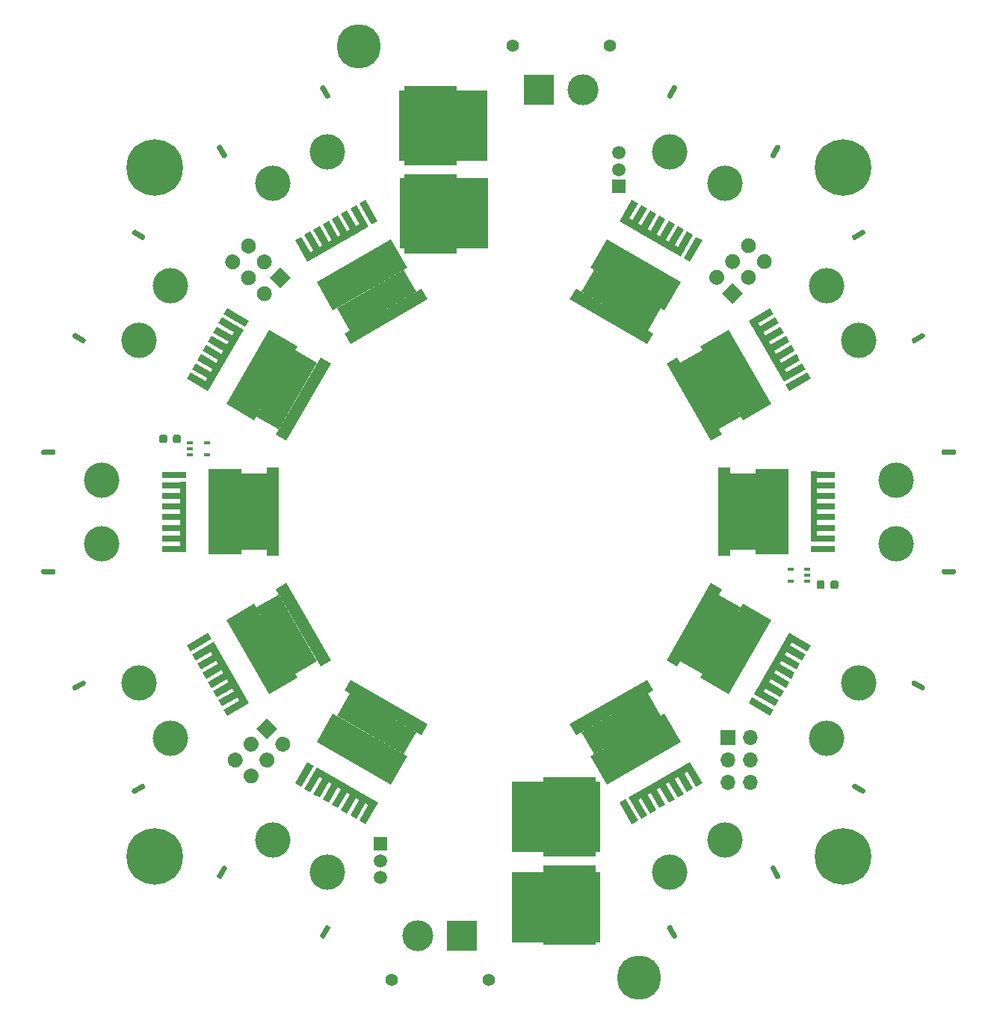
<source format=gts>
%TF.GenerationSoftware,KiCad,Pcbnew,(5.1.12)-1*%
%TF.CreationDate,2021-12-14T20:27:31-05:00*%
%TF.ProjectId,PDB,5044422e-6b69-4636-9164-5f7063625858,rev?*%
%TF.SameCoordinates,Original*%
%TF.FileFunction,Soldermask,Top*%
%TF.FilePolarity,Negative*%
%FSLAX46Y46*%
G04 Gerber Fmt 4.6, Leading zero omitted, Abs format (unit mm)*
G04 Created by KiCad (PCBNEW (5.1.12)-1) date 2021-12-14 20:27:31*
%MOMM*%
%LPD*%
G01*
G04 APERTURE LIST*
%ADD10R,0.650000X0.400000*%
%ADD11C,1.400000*%
%ADD12R,3.500000X3.500000*%
%ADD13C,3.500000*%
%ADD14C,0.100000*%
%ADD15R,1.700000X1.700000*%
%ADD16O,1.700000X1.700000*%
%ADD17C,5.000000*%
%ADD18R,10.000000X8.000000*%
%ADD19C,4.000000*%
%ADD20C,6.400000*%
%ADD21R,6.000000X9.000000*%
%ADD22C,0.500000*%
%ADD23R,1.500000X1.500000*%
%ADD24C,1.500000*%
%ADD25R,0.800000X8.000000*%
%ADD26R,2.800000X0.800000*%
%ADD27R,3.700000X9.700000*%
%ADD28R,2.900000X8.700000*%
%ADD29R,1.400000X10.100000*%
G04 APERTURE END LIST*
%TO.C,C4*%
G36*
G01*
X256714100Y-128066734D02*
X256714100Y-128566734D01*
G75*
G02*
X256489100Y-128791734I-225000J0D01*
G01*
X256039100Y-128791734D01*
G75*
G02*
X255814100Y-128566734I0J225000D01*
G01*
X255814100Y-128066734D01*
G75*
G02*
X256039100Y-127841734I225000J0D01*
G01*
X256489100Y-127841734D01*
G75*
G02*
X256714100Y-128066734I0J-225000D01*
G01*
G37*
G36*
G01*
X258264100Y-128066734D02*
X258264100Y-128566734D01*
G75*
G02*
X258039100Y-128791734I-225000J0D01*
G01*
X257589100Y-128791734D01*
G75*
G02*
X257364100Y-128566734I0J225000D01*
G01*
X257364100Y-128066734D01*
G75*
G02*
X257589100Y-127841734I225000J0D01*
G01*
X258039100Y-127841734D01*
G75*
G02*
X258264100Y-128066734I0J-225000D01*
G01*
G37*
%TD*%
%TO.C,C3*%
G36*
G01*
X182891300Y-112069434D02*
X182891300Y-111569434D01*
G75*
G02*
X183116300Y-111344434I225000J0D01*
G01*
X183566300Y-111344434D01*
G75*
G02*
X183791300Y-111569434I0J-225000D01*
G01*
X183791300Y-112069434D01*
G75*
G02*
X183566300Y-112294434I-225000J0D01*
G01*
X183116300Y-112294434D01*
G75*
G02*
X182891300Y-112069434I0J225000D01*
G01*
G37*
G36*
G01*
X181341300Y-112069434D02*
X181341300Y-111569434D01*
G75*
G02*
X181566300Y-111344434I225000J0D01*
G01*
X182016300Y-111344434D01*
G75*
G02*
X182241300Y-111569434I0J-225000D01*
G01*
X182241300Y-112069434D01*
G75*
G02*
X182016300Y-112294434I-225000J0D01*
G01*
X181566300Y-112294434D01*
G75*
G02*
X181341300Y-112069434I0J225000D01*
G01*
G37*
%TD*%
D10*
%TO.C,U4*%
X186729400Y-112274334D03*
X186729400Y-113574334D03*
X184829400Y-112924334D03*
X184829400Y-113574334D03*
X184829400Y-112274334D03*
%TD*%
%TO.C,U3*%
X252850600Y-127887234D03*
X252850600Y-126587234D03*
X254750600Y-127237234D03*
X254750600Y-126587234D03*
X254750600Y-127887234D03*
%TD*%
D11*
%TO.C,J20*%
X218646000Y-173080434D03*
X207646000Y-173080434D03*
D12*
X215646000Y-168080434D03*
D13*
X210646000Y-168080434D03*
%TD*%
D14*
%TO.C,J5*%
G36*
X192337918Y-144574434D02*
G01*
X193540000Y-143372352D01*
X194742082Y-144574434D01*
X193540000Y-145776516D01*
X192337918Y-144574434D01*
G37*
G36*
G01*
X194735010Y-145769444D02*
X194735010Y-145769444D01*
G75*
G02*
X195937092Y-145769444I601041J-601041D01*
G01*
X195937092Y-145769444D01*
G75*
G02*
X195937092Y-146971526I-601041J-601041D01*
G01*
X195937092Y-146971526D01*
G75*
G02*
X194735010Y-146971526I-601041J601041D01*
G01*
X194735010Y-146971526D01*
G75*
G02*
X194735010Y-145769444I601041J601041D01*
G01*
G37*
G36*
G01*
X191142908Y-145769444D02*
X191142908Y-145769444D01*
G75*
G02*
X192344990Y-145769444I601041J-601041D01*
G01*
X192344990Y-145769444D01*
G75*
G02*
X192344990Y-146971526I-601041J-601041D01*
G01*
X192344990Y-146971526D01*
G75*
G02*
X191142908Y-146971526I-601041J601041D01*
G01*
X191142908Y-146971526D01*
G75*
G02*
X191142908Y-145769444I601041J601041D01*
G01*
G37*
G36*
G01*
X192938959Y-147565495D02*
X192938959Y-147565495D01*
G75*
G02*
X194141041Y-147565495I601041J-601041D01*
G01*
X194141041Y-147565495D01*
G75*
G02*
X194141041Y-148767577I-601041J-601041D01*
G01*
X194141041Y-148767577D01*
G75*
G02*
X192938959Y-148767577I-601041J601041D01*
G01*
X192938959Y-148767577D01*
G75*
G02*
X192938959Y-147565495I601041J601041D01*
G01*
G37*
G36*
G01*
X189346857Y-147565495D02*
X189346857Y-147565495D01*
G75*
G02*
X190548939Y-147565495I601041J-601041D01*
G01*
X190548939Y-147565495D01*
G75*
G02*
X190548939Y-148767577I-601041J-601041D01*
G01*
X190548939Y-148767577D01*
G75*
G02*
X189346857Y-148767577I-601041J601041D01*
G01*
X189346857Y-148767577D01*
G75*
G02*
X189346857Y-147565495I601041J601041D01*
G01*
G37*
G36*
G01*
X191142908Y-149361547D02*
X191142908Y-149361547D01*
G75*
G02*
X192344990Y-149361547I601041J-601041D01*
G01*
X192344990Y-149361547D01*
G75*
G02*
X192344990Y-150563629I-601041J-601041D01*
G01*
X192344990Y-150563629D01*
G75*
G02*
X191142908Y-150563629I-601041J601041D01*
G01*
X191142908Y-150563629D01*
G75*
G02*
X191142908Y-149361547I601041J601041D01*
G01*
G37*
%TD*%
D15*
%TO.C,J4*%
X245790000Y-145574434D03*
D16*
X248330000Y-145574434D03*
X245790000Y-148114434D03*
X248330000Y-148114434D03*
X245790000Y-150654434D03*
X248330000Y-150654434D03*
%TD*%
D14*
%TO.C,J3*%
G36*
X247492082Y-95324434D02*
G01*
X246290000Y-96526516D01*
X245087918Y-95324434D01*
X246290000Y-94122352D01*
X247492082Y-95324434D01*
G37*
G36*
G01*
X245094990Y-94129424D02*
X245094990Y-94129424D01*
G75*
G02*
X243892908Y-94129424I-601041J601041D01*
G01*
X243892908Y-94129424D01*
G75*
G02*
X243892908Y-92927342I601041J601041D01*
G01*
X243892908Y-92927342D01*
G75*
G02*
X245094990Y-92927342I601041J-601041D01*
G01*
X245094990Y-92927342D01*
G75*
G02*
X245094990Y-94129424I-601041J-601041D01*
G01*
G37*
G36*
G01*
X248687092Y-94129424D02*
X248687092Y-94129424D01*
G75*
G02*
X247485010Y-94129424I-601041J601041D01*
G01*
X247485010Y-94129424D01*
G75*
G02*
X247485010Y-92927342I601041J601041D01*
G01*
X247485010Y-92927342D01*
G75*
G02*
X248687092Y-92927342I601041J-601041D01*
G01*
X248687092Y-92927342D01*
G75*
G02*
X248687092Y-94129424I-601041J-601041D01*
G01*
G37*
G36*
G01*
X246891041Y-92333373D02*
X246891041Y-92333373D01*
G75*
G02*
X245688959Y-92333373I-601041J601041D01*
G01*
X245688959Y-92333373D01*
G75*
G02*
X245688959Y-91131291I601041J601041D01*
G01*
X245688959Y-91131291D01*
G75*
G02*
X246891041Y-91131291I601041J-601041D01*
G01*
X246891041Y-91131291D01*
G75*
G02*
X246891041Y-92333373I-601041J-601041D01*
G01*
G37*
G36*
G01*
X250483143Y-92333373D02*
X250483143Y-92333373D01*
G75*
G02*
X249281061Y-92333373I-601041J601041D01*
G01*
X249281061Y-92333373D01*
G75*
G02*
X249281061Y-91131291I601041J601041D01*
G01*
X249281061Y-91131291D01*
G75*
G02*
X250483143Y-91131291I601041J-601041D01*
G01*
X250483143Y-91131291D01*
G75*
G02*
X250483143Y-92333373I-601041J-601041D01*
G01*
G37*
G36*
G01*
X248687092Y-90537321D02*
X248687092Y-90537321D01*
G75*
G02*
X247485010Y-90537321I-601041J601041D01*
G01*
X247485010Y-90537321D01*
G75*
G02*
X247485010Y-89335239I601041J601041D01*
G01*
X247485010Y-89335239D01*
G75*
G02*
X248687092Y-89335239I601041J-601041D01*
G01*
X248687092Y-89335239D01*
G75*
G02*
X248687092Y-90537321I-601041J-601041D01*
G01*
G37*
%TD*%
%TO.C,J6*%
G36*
X195040000Y-92372352D02*
G01*
X196242082Y-93574434D01*
X195040000Y-94776516D01*
X193837918Y-93574434D01*
X195040000Y-92372352D01*
G37*
G36*
G01*
X193844990Y-94769444D02*
X193844990Y-94769444D01*
G75*
G02*
X193844990Y-95971526I-601041J-601041D01*
G01*
X193844990Y-95971526D01*
G75*
G02*
X192642908Y-95971526I-601041J601041D01*
G01*
X192642908Y-95971526D01*
G75*
G02*
X192642908Y-94769444I601041J601041D01*
G01*
X192642908Y-94769444D01*
G75*
G02*
X193844990Y-94769444I601041J-601041D01*
G01*
G37*
G36*
G01*
X193844990Y-91177342D02*
X193844990Y-91177342D01*
G75*
G02*
X193844990Y-92379424I-601041J-601041D01*
G01*
X193844990Y-92379424D01*
G75*
G02*
X192642908Y-92379424I-601041J601041D01*
G01*
X192642908Y-92379424D01*
G75*
G02*
X192642908Y-91177342I601041J601041D01*
G01*
X192642908Y-91177342D01*
G75*
G02*
X193844990Y-91177342I601041J-601041D01*
G01*
G37*
G36*
G01*
X192048939Y-92973393D02*
X192048939Y-92973393D01*
G75*
G02*
X192048939Y-94175475I-601041J-601041D01*
G01*
X192048939Y-94175475D01*
G75*
G02*
X190846857Y-94175475I-601041J601041D01*
G01*
X190846857Y-94175475D01*
G75*
G02*
X190846857Y-92973393I601041J601041D01*
G01*
X190846857Y-92973393D01*
G75*
G02*
X192048939Y-92973393I601041J-601041D01*
G01*
G37*
G36*
G01*
X192048939Y-89381291D02*
X192048939Y-89381291D01*
G75*
G02*
X192048939Y-90583373I-601041J-601041D01*
G01*
X192048939Y-90583373D01*
G75*
G02*
X190846857Y-90583373I-601041J601041D01*
G01*
X190846857Y-90583373D01*
G75*
G02*
X190846857Y-89381291I601041J601041D01*
G01*
X190846857Y-89381291D01*
G75*
G02*
X192048939Y-89381291I601041J-601041D01*
G01*
G37*
G36*
G01*
X190252887Y-91177342D02*
X190252887Y-91177342D01*
G75*
G02*
X190252887Y-92379424I-601041J-601041D01*
G01*
X190252887Y-92379424D01*
G75*
G02*
X189050805Y-92379424I-601041J601041D01*
G01*
X189050805Y-92379424D01*
G75*
G02*
X189050805Y-91177342I601041J601041D01*
G01*
X189050805Y-91177342D01*
G75*
G02*
X190252887Y-91177342I601041J-601041D01*
G01*
G37*
%TD*%
D17*
%TO.C,J24*%
X203915000Y-67369434D03*
%TD*%
%TO.C,J23*%
X235665000Y-172779434D03*
%TD*%
D18*
%TO.C,J22*%
X226267000Y-154618434D03*
%TD*%
%TO.C,J21*%
X213567000Y-86292434D03*
%TD*%
D11*
%TO.C,J19*%
X221362000Y-67322434D03*
X232362000Y-67322434D03*
D12*
X224362000Y-72322434D03*
D13*
X229362000Y-72322434D03*
%TD*%
D18*
%TO.C,J8*%
X213540000Y-76324434D03*
%TD*%
%TO.C,J7*%
X226290000Y-164824434D03*
%TD*%
D19*
%TO.C,J11*%
X264790000Y-116474434D03*
X264790000Y-123674434D03*
G36*
G01*
X271440000Y-113624434D02*
X270140000Y-113624434D01*
G75*
G02*
X269990000Y-113474434I0J150000D01*
G01*
X269990000Y-113174434D01*
G75*
G02*
X270140000Y-113024434I150000J0D01*
G01*
X271440000Y-113024434D01*
G75*
G02*
X271590000Y-113174434I0J-150000D01*
G01*
X271590000Y-113474434D01*
G75*
G02*
X271440000Y-113624434I-150000J0D01*
G01*
G37*
G36*
G01*
X271440000Y-127124434D02*
X270140000Y-127124434D01*
G75*
G02*
X269990000Y-126974434I0J150000D01*
G01*
X269990000Y-126674434D01*
G75*
G02*
X270140000Y-126524434I150000J0D01*
G01*
X271440000Y-126524434D01*
G75*
G02*
X271590000Y-126674434I0J-150000D01*
G01*
X271590000Y-126974434D01*
G75*
G02*
X271440000Y-127124434I-150000J0D01*
G01*
G37*
%TD*%
%TO.C,J12*%
X260560926Y-139456685D03*
X256960926Y-145692067D03*
G36*
G01*
X267744995Y-140313513D02*
X266619161Y-139663513D01*
G75*
G02*
X266564257Y-139458609I75000J129904D01*
G01*
X266714257Y-139198801D01*
G75*
G02*
X266919161Y-139143897I129904J-75000D01*
G01*
X268044995Y-139793897D01*
G75*
G02*
X268099899Y-139998801I-75000J-129904D01*
G01*
X267949899Y-140258609D01*
G75*
G02*
X267744995Y-140313513I-129904J75000D01*
G01*
G37*
G36*
G01*
X260994995Y-152004855D02*
X259869161Y-151354855D01*
G75*
G02*
X259814257Y-151149951I75000J129904D01*
G01*
X259964257Y-150890143D01*
G75*
G02*
X260169161Y-150835239I129904J-75000D01*
G01*
X261294995Y-151485239D01*
G75*
G02*
X261349899Y-151690143I-75000J-129904D01*
G01*
X261199899Y-151949951D01*
G75*
G02*
X260994995Y-152004855I-129904J75000D01*
G01*
G37*
%TD*%
%TO.C,J13*%
X245407315Y-157245360D03*
X239171933Y-160845360D03*
G36*
G01*
X251200487Y-161579429D02*
X250550487Y-160453595D01*
G75*
G02*
X250605391Y-160248691I129904J75000D01*
G01*
X250865199Y-160098691D01*
G75*
G02*
X251070103Y-160153595I75000J-129904D01*
G01*
X251720103Y-161279429D01*
G75*
G02*
X251665199Y-161484333I-129904J-75000D01*
G01*
X251405391Y-161634333D01*
G75*
G02*
X251200487Y-161579429I-75000J129904D01*
G01*
G37*
G36*
G01*
X239509145Y-168329429D02*
X238859145Y-167203595D01*
G75*
G02*
X238914049Y-166998691I129904J75000D01*
G01*
X239173857Y-166848691D01*
G75*
G02*
X239378761Y-166903595I75000J-129904D01*
G01*
X240028761Y-168029429D01*
G75*
G02*
X239973857Y-168234333I-129904J-75000D01*
G01*
X239714049Y-168384333D01*
G75*
G02*
X239509145Y-168329429I-75000J129904D01*
G01*
G37*
%TD*%
%TO.C,J14*%
X200407315Y-160844926D03*
X194171933Y-157244926D03*
G36*
G01*
X199550487Y-168028995D02*
X200200487Y-166903161D01*
G75*
G02*
X200405391Y-166848257I129904J-75000D01*
G01*
X200665199Y-166998257D01*
G75*
G02*
X200720103Y-167203161I-75000J-129904D01*
G01*
X200070103Y-168328995D01*
G75*
G02*
X199865199Y-168383899I-129904J75000D01*
G01*
X199605391Y-168233899D01*
G75*
G02*
X199550487Y-168028995I75000J129904D01*
G01*
G37*
G36*
G01*
X187859145Y-161278995D02*
X188509145Y-160153161D01*
G75*
G02*
X188714049Y-160098257I129904J-75000D01*
G01*
X188973857Y-160248257D01*
G75*
G02*
X189028761Y-160453161I-75000J-129904D01*
G01*
X188378761Y-161578995D01*
G75*
G02*
X188173857Y-161633899I-129904J75000D01*
G01*
X187914049Y-161483899D01*
G75*
G02*
X187859145Y-161278995I75000J129904D01*
G01*
G37*
%TD*%
%TO.C,J15*%
X182618640Y-145691315D03*
X179018640Y-139455933D03*
G36*
G01*
X178284571Y-151484487D02*
X179410405Y-150834487D01*
G75*
G02*
X179615309Y-150889391I75000J-129904D01*
G01*
X179765309Y-151149199D01*
G75*
G02*
X179710405Y-151354103I-129904J-75000D01*
G01*
X178584571Y-152004103D01*
G75*
G02*
X178379667Y-151949199I-75000J129904D01*
G01*
X178229667Y-151689391D01*
G75*
G02*
X178284571Y-151484487I129904J75000D01*
G01*
G37*
G36*
G01*
X171534571Y-139793145D02*
X172660405Y-139143145D01*
G75*
G02*
X172865309Y-139198049I75000J-129904D01*
G01*
X173015309Y-139457857D01*
G75*
G02*
X172960405Y-139662761I-129904J-75000D01*
G01*
X171834571Y-140312761D01*
G75*
G02*
X171629667Y-140257857I-75000J129904D01*
G01*
X171479667Y-139998049D01*
G75*
G02*
X171534571Y-139793145I129904J75000D01*
G01*
G37*
%TD*%
%TO.C,J16*%
X174790000Y-123673566D03*
X174790000Y-116473566D03*
G36*
G01*
X168140000Y-126523566D02*
X169440000Y-126523566D01*
G75*
G02*
X169590000Y-126673566I0J-150000D01*
G01*
X169590000Y-126973566D01*
G75*
G02*
X169440000Y-127123566I-150000J0D01*
G01*
X168140000Y-127123566D01*
G75*
G02*
X167990000Y-126973566I0J150000D01*
G01*
X167990000Y-126673566D01*
G75*
G02*
X168140000Y-126523566I150000J0D01*
G01*
G37*
G36*
G01*
X168140000Y-113023566D02*
X169440000Y-113023566D01*
G75*
G02*
X169590000Y-113173566I0J-150000D01*
G01*
X169590000Y-113473566D01*
G75*
G02*
X169440000Y-113623566I-150000J0D01*
G01*
X168140000Y-113623566D01*
G75*
G02*
X167990000Y-113473566I0J150000D01*
G01*
X167990000Y-113173566D01*
G75*
G02*
X168140000Y-113023566I150000J0D01*
G01*
G37*
%TD*%
%TO.C,J17*%
X179019074Y-100691315D03*
X182619074Y-94455933D03*
G36*
G01*
X171835005Y-99834487D02*
X172960839Y-100484487D01*
G75*
G02*
X173015743Y-100689391I-75000J-129904D01*
G01*
X172865743Y-100949199D01*
G75*
G02*
X172660839Y-101004103I-129904J75000D01*
G01*
X171535005Y-100354103D01*
G75*
G02*
X171480101Y-100149199I75000J129904D01*
G01*
X171630101Y-99889391D01*
G75*
G02*
X171835005Y-99834487I129904J-75000D01*
G01*
G37*
G36*
G01*
X178585005Y-88143145D02*
X179710839Y-88793145D01*
G75*
G02*
X179765743Y-88998049I-75000J-129904D01*
G01*
X179615743Y-89257857D01*
G75*
G02*
X179410839Y-89312761I-129904J75000D01*
G01*
X178285005Y-88662761D01*
G75*
G02*
X178230101Y-88457857I75000J129904D01*
G01*
X178380101Y-88198049D01*
G75*
G02*
X178585005Y-88143145I129904J-75000D01*
G01*
G37*
%TD*%
%TO.C,J18*%
X194172685Y-82902640D03*
X200408067Y-79302640D03*
G36*
G01*
X188379513Y-78568571D02*
X189029513Y-79694405D01*
G75*
G02*
X188974609Y-79899309I-129904J-75000D01*
G01*
X188714801Y-80049309D01*
G75*
G02*
X188509897Y-79994405I-75000J129904D01*
G01*
X187859897Y-78868571D01*
G75*
G02*
X187914801Y-78663667I129904J75000D01*
G01*
X188174609Y-78513667D01*
G75*
G02*
X188379513Y-78568571I75000J-129904D01*
G01*
G37*
G36*
G01*
X200070855Y-71818571D02*
X200720855Y-72944405D01*
G75*
G02*
X200665951Y-73149309I-129904J-75000D01*
G01*
X200406143Y-73299309D01*
G75*
G02*
X200201239Y-73244405I-75000J129904D01*
G01*
X199551239Y-72118571D01*
G75*
G02*
X199606143Y-71913667I129904J75000D01*
G01*
X199865951Y-71763667D01*
G75*
G02*
X200070855Y-71818571I75000J-129904D01*
G01*
G37*
%TD*%
%TO.C,J9*%
X239172685Y-79303074D03*
X245408067Y-82903074D03*
G36*
G01*
X240029513Y-72119005D02*
X239379513Y-73244839D01*
G75*
G02*
X239174609Y-73299743I-129904J75000D01*
G01*
X238914801Y-73149743D01*
G75*
G02*
X238859897Y-72944839I75000J129904D01*
G01*
X239509897Y-71819005D01*
G75*
G02*
X239714801Y-71764101I129904J-75000D01*
G01*
X239974609Y-71914101D01*
G75*
G02*
X240029513Y-72119005I-75000J-129904D01*
G01*
G37*
G36*
G01*
X251720855Y-78869005D02*
X251070855Y-79994839D01*
G75*
G02*
X250865951Y-80049743I-129904J75000D01*
G01*
X250606143Y-79899743D01*
G75*
G02*
X250551239Y-79694839I75000J129904D01*
G01*
X251201239Y-78569005D01*
G75*
G02*
X251406143Y-78514101I129904J-75000D01*
G01*
X251665951Y-78664101D01*
G75*
G02*
X251720855Y-78869005I-75000J-129904D01*
G01*
G37*
%TD*%
%TO.C,J10*%
X256961360Y-94456685D03*
X260561360Y-100692067D03*
G36*
G01*
X261295429Y-88663513D02*
X260169595Y-89313513D01*
G75*
G02*
X259964691Y-89258609I-75000J129904D01*
G01*
X259814691Y-88998801D01*
G75*
G02*
X259869595Y-88793897I129904J75000D01*
G01*
X260995429Y-88143897D01*
G75*
G02*
X261200333Y-88198801I75000J-129904D01*
G01*
X261350333Y-88458609D01*
G75*
G02*
X261295429Y-88663513I-129904J-75000D01*
G01*
G37*
G36*
G01*
X268045429Y-100354855D02*
X266919595Y-101004855D01*
G75*
G02*
X266714691Y-100949951I-75000J129904D01*
G01*
X266564691Y-100690143D01*
G75*
G02*
X266619595Y-100485239I129904J75000D01*
G01*
X267745429Y-99835239D01*
G75*
G02*
X267950333Y-99890143I75000J-129904D01*
G01*
X268100333Y-100149951D01*
G75*
G02*
X268045429Y-100354855I-129904J-75000D01*
G01*
G37*
%TD*%
D20*
%TO.C,M1*%
X258790000Y-81074434D03*
%TD*%
%TO.C,M4*%
X180790000Y-81074434D03*
%TD*%
%TO.C,M2*%
X258790000Y-159074434D03*
%TD*%
%TO.C,M3*%
X180790000Y-159074434D03*
%TD*%
D14*
%TO.C,Q10*%
G36*
X204659111Y-87067399D02*
G01*
X205059111Y-87760219D01*
X198130907Y-91760219D01*
X197730907Y-91067399D01*
X204659111Y-87067399D01*
G37*
G36*
X204698341Y-84735348D02*
G01*
X206098341Y-87160220D01*
X205405521Y-87560220D01*
X204005521Y-85135348D01*
X204698341Y-84735348D01*
G37*
G36*
X203659110Y-85335348D02*
G01*
X205059110Y-87760220D01*
X204366290Y-88160220D01*
X202966290Y-85735348D01*
X203659110Y-85335348D01*
G37*
G36*
X202619880Y-85935348D02*
G01*
X204019880Y-88360220D01*
X203327060Y-88760220D01*
X201927060Y-86335348D01*
X202619880Y-85935348D01*
G37*
G36*
X197423727Y-88935348D02*
G01*
X198823727Y-91360220D01*
X198130907Y-91760220D01*
X196730907Y-89335348D01*
X197423727Y-88935348D01*
G37*
G36*
X198462958Y-88335348D02*
G01*
X199862958Y-90760220D01*
X199170138Y-91160220D01*
X197770138Y-88735348D01*
X198462958Y-88335348D01*
G37*
G36*
X199502188Y-87735348D02*
G01*
X200902188Y-90160220D01*
X200209368Y-90560220D01*
X198809368Y-88135348D01*
X199502188Y-87735348D01*
G37*
G36*
X200541419Y-87135348D02*
G01*
X201941419Y-89560220D01*
X201248599Y-89960220D01*
X199848599Y-87535348D01*
X200541419Y-87135348D01*
G37*
G36*
X201580649Y-86535348D02*
G01*
X202980649Y-88960220D01*
X202287829Y-89360220D01*
X200887829Y-86935348D01*
X201580649Y-86535348D01*
G37*
G36*
X207564847Y-89200283D02*
G01*
X209414847Y-92404577D01*
X201014401Y-97254577D01*
X199164401Y-94050283D01*
X207564847Y-89200283D01*
G37*
G36*
X208981835Y-92654577D02*
G01*
X210431835Y-95166051D01*
X202897413Y-99516051D01*
X201447413Y-97004577D01*
X208981835Y-92654577D01*
G37*
G36*
X211038052Y-94816050D02*
G01*
X211738052Y-96028486D01*
X202991196Y-101078486D01*
X202291196Y-99866050D01*
X211038052Y-94816050D01*
G37*
%TD*%
D21*
%TO.C,U2*%
X212040000Y-76324434D03*
X212040000Y-86324434D03*
D22*
X210040000Y-86324434D03*
X210040000Y-85024434D03*
X210040000Y-83724434D03*
X210040000Y-87624434D03*
X210040000Y-88924434D03*
X212040000Y-82574434D03*
X212040000Y-90074434D03*
X214040000Y-88924434D03*
X214040000Y-87624434D03*
X214040000Y-86324434D03*
X214040000Y-85024434D03*
X214040000Y-83724434D03*
X212040000Y-80074434D03*
X212040000Y-72574434D03*
X210040000Y-78924434D03*
X210040000Y-77624434D03*
X210040000Y-76324434D03*
X210040000Y-75024434D03*
X210040000Y-73724434D03*
X214040000Y-78924434D03*
X214040000Y-77624434D03*
X214040000Y-76324434D03*
X214040000Y-75024434D03*
X214040000Y-73724434D03*
D23*
X233440000Y-83234434D03*
D24*
X233440000Y-81324434D03*
X233440000Y-79414434D03*
%TD*%
D21*
%TO.C,U1*%
X227790000Y-164574434D03*
X227790000Y-154574434D03*
D22*
X229790000Y-154574434D03*
X229790000Y-155874434D03*
X229790000Y-157174434D03*
X229790000Y-153274434D03*
X229790000Y-151974434D03*
X227790000Y-158324434D03*
X227790000Y-150824434D03*
X225790000Y-151974434D03*
X225790000Y-153274434D03*
X225790000Y-154574434D03*
X225790000Y-155874434D03*
X225790000Y-157174434D03*
X227790000Y-160824434D03*
X227790000Y-168324434D03*
X229790000Y-161974434D03*
X229790000Y-163274434D03*
X229790000Y-164574434D03*
X229790000Y-165874434D03*
X229790000Y-167174434D03*
X225790000Y-161974434D03*
X225790000Y-163274434D03*
X225790000Y-164574434D03*
X225790000Y-165874434D03*
X225790000Y-167174434D03*
D23*
X206390000Y-157664434D03*
D24*
X206390000Y-159574434D03*
X206390000Y-161484434D03*
%TD*%
D14*
%TO.C,Q9*%
G36*
X190182965Y-99054889D02*
G01*
X190875785Y-99454889D01*
X186875785Y-106383093D01*
X186182965Y-105983093D01*
X190182965Y-99054889D01*
G37*
G36*
X189050914Y-97015659D02*
G01*
X191475786Y-98415659D01*
X191075786Y-99108479D01*
X188650914Y-97708479D01*
X189050914Y-97015659D01*
G37*
G36*
X188450914Y-98054890D02*
G01*
X190875786Y-99454890D01*
X190475786Y-100147710D01*
X188050914Y-98747710D01*
X188450914Y-98054890D01*
G37*
G36*
X187850914Y-99094120D02*
G01*
X190275786Y-100494120D01*
X189875786Y-101186940D01*
X187450914Y-99786940D01*
X187850914Y-99094120D01*
G37*
G36*
X184850914Y-104290273D02*
G01*
X187275786Y-105690273D01*
X186875786Y-106383093D01*
X184450914Y-104983093D01*
X184850914Y-104290273D01*
G37*
G36*
X185450914Y-103251042D02*
G01*
X187875786Y-104651042D01*
X187475786Y-105343862D01*
X185050914Y-103943862D01*
X185450914Y-103251042D01*
G37*
G36*
X186050914Y-102211812D02*
G01*
X188475786Y-103611812D01*
X188075786Y-104304632D01*
X185650914Y-102904632D01*
X186050914Y-102211812D01*
G37*
G36*
X186650914Y-101172581D02*
G01*
X189075786Y-102572581D01*
X188675786Y-103265401D01*
X186250914Y-101865401D01*
X186650914Y-101172581D01*
G37*
G36*
X187250914Y-100133351D02*
G01*
X189675786Y-101533351D01*
X189275786Y-102226171D01*
X186850914Y-100826171D01*
X187250914Y-100133351D01*
G37*
G36*
X193765849Y-99449153D02*
G01*
X196970143Y-101299153D01*
X192120143Y-109699599D01*
X188915849Y-107849599D01*
X193765849Y-99449153D01*
G37*
G36*
X196720143Y-101732165D02*
G01*
X199231617Y-103182165D01*
X194881617Y-110716587D01*
X192370143Y-109266587D01*
X196720143Y-101732165D01*
G37*
G36*
X199581616Y-102575948D02*
G01*
X200794052Y-103275948D01*
X195744052Y-112022804D01*
X194531616Y-111322804D01*
X199581616Y-102575948D01*
G37*
%TD*%
%TO.C,Q1*%
G36*
X240809111Y-90466965D02*
G01*
X240409111Y-91159785D01*
X233480907Y-87159785D01*
X233880907Y-86466965D01*
X240809111Y-90466965D01*
G37*
G36*
X242848341Y-89334914D02*
G01*
X241448341Y-91759786D01*
X240755521Y-91359786D01*
X242155521Y-88934914D01*
X242848341Y-89334914D01*
G37*
G36*
X241809110Y-88734914D02*
G01*
X240409110Y-91159786D01*
X239716290Y-90759786D01*
X241116290Y-88334914D01*
X241809110Y-88734914D01*
G37*
G36*
X240769880Y-88134914D02*
G01*
X239369880Y-90559786D01*
X238677060Y-90159786D01*
X240077060Y-87734914D01*
X240769880Y-88134914D01*
G37*
G36*
X235573727Y-85134914D02*
G01*
X234173727Y-87559786D01*
X233480907Y-87159786D01*
X234880907Y-84734914D01*
X235573727Y-85134914D01*
G37*
G36*
X236612958Y-85734914D02*
G01*
X235212958Y-88159786D01*
X234520138Y-87759786D01*
X235920138Y-85334914D01*
X236612958Y-85734914D01*
G37*
G36*
X237652188Y-86334914D02*
G01*
X236252188Y-88759786D01*
X235559368Y-88359786D01*
X236959368Y-85934914D01*
X237652188Y-86334914D01*
G37*
G36*
X238691419Y-86934914D02*
G01*
X237291419Y-89359786D01*
X236598599Y-88959786D01*
X237998599Y-86534914D01*
X238691419Y-86934914D01*
G37*
G36*
X239730649Y-87534914D02*
G01*
X238330649Y-89959786D01*
X237637829Y-89559786D01*
X239037829Y-87134914D01*
X239730649Y-87534914D01*
G37*
G36*
X240414847Y-94049849D02*
G01*
X238564847Y-97254143D01*
X230164401Y-92404143D01*
X232014401Y-89199849D01*
X240414847Y-94049849D01*
G37*
G36*
X238131835Y-97004143D02*
G01*
X236681835Y-99515617D01*
X229147413Y-95165617D01*
X230597413Y-92654143D01*
X238131835Y-97004143D01*
G37*
G36*
X237288052Y-99865616D02*
G01*
X236588052Y-101078052D01*
X227841196Y-96028052D01*
X228541196Y-94815616D01*
X237288052Y-99865616D01*
G37*
%TD*%
%TO.C,Q2*%
G36*
X252796601Y-104943111D02*
G01*
X252103781Y-105343111D01*
X248103781Y-98414907D01*
X248796601Y-98014907D01*
X252796601Y-104943111D01*
G37*
G36*
X255128652Y-104982341D02*
G01*
X252703780Y-106382341D01*
X252303780Y-105689521D01*
X254728652Y-104289521D01*
X255128652Y-104982341D01*
G37*
G36*
X254528652Y-103943110D02*
G01*
X252103780Y-105343110D01*
X251703780Y-104650290D01*
X254128652Y-103250290D01*
X254528652Y-103943110D01*
G37*
G36*
X253928652Y-102903880D02*
G01*
X251503780Y-104303880D01*
X251103780Y-103611060D01*
X253528652Y-102211060D01*
X253928652Y-102903880D01*
G37*
G36*
X250928652Y-97707727D02*
G01*
X248503780Y-99107727D01*
X248103780Y-98414907D01*
X250528652Y-97014907D01*
X250928652Y-97707727D01*
G37*
G36*
X251528652Y-98746958D02*
G01*
X249103780Y-100146958D01*
X248703780Y-99454138D01*
X251128652Y-98054138D01*
X251528652Y-98746958D01*
G37*
G36*
X252128652Y-99786188D02*
G01*
X249703780Y-101186188D01*
X249303780Y-100493368D01*
X251728652Y-99093368D01*
X252128652Y-99786188D01*
G37*
G36*
X252728652Y-100825419D02*
G01*
X250303780Y-102225419D01*
X249903780Y-101532599D01*
X252328652Y-100132599D01*
X252728652Y-100825419D01*
G37*
G36*
X253328652Y-101864649D02*
G01*
X250903780Y-103264649D01*
X250503780Y-102571829D01*
X252928652Y-101171829D01*
X253328652Y-101864649D01*
G37*
G36*
X250663717Y-107848847D02*
G01*
X247459423Y-109698847D01*
X242609423Y-101298401D01*
X245813717Y-99448401D01*
X250663717Y-107848847D01*
G37*
G36*
X247209423Y-109265835D02*
G01*
X244697949Y-110715835D01*
X240347949Y-103181413D01*
X242859423Y-101731413D01*
X247209423Y-109265835D01*
G37*
G36*
X245047950Y-111322052D02*
G01*
X243835514Y-112022052D01*
X238785514Y-103275196D01*
X239997950Y-102575196D01*
X245047950Y-111322052D01*
G37*
%TD*%
D25*
%TO.C,Q3*%
X255540000Y-119473566D03*
D26*
X256540000Y-124273566D03*
X256540000Y-123073566D03*
X256540000Y-121873566D03*
X256540000Y-115873566D03*
X256540000Y-117073566D03*
X256540000Y-118273566D03*
X256540000Y-119473566D03*
X256540000Y-120673566D03*
D27*
X250790000Y-120073566D03*
D28*
X247490000Y-120073566D03*
D29*
X245340000Y-120073566D03*
%TD*%
D14*
%TO.C,Q4*%
G36*
X249397035Y-141093111D02*
G01*
X248704215Y-140693111D01*
X252704215Y-133764907D01*
X253397035Y-134164907D01*
X249397035Y-141093111D01*
G37*
G36*
X250529086Y-143132341D02*
G01*
X248104214Y-141732341D01*
X248504214Y-141039521D01*
X250929086Y-142439521D01*
X250529086Y-143132341D01*
G37*
G36*
X251129086Y-142093110D02*
G01*
X248704214Y-140693110D01*
X249104214Y-140000290D01*
X251529086Y-141400290D01*
X251129086Y-142093110D01*
G37*
G36*
X251729086Y-141053880D02*
G01*
X249304214Y-139653880D01*
X249704214Y-138961060D01*
X252129086Y-140361060D01*
X251729086Y-141053880D01*
G37*
G36*
X254729086Y-135857727D02*
G01*
X252304214Y-134457727D01*
X252704214Y-133764907D01*
X255129086Y-135164907D01*
X254729086Y-135857727D01*
G37*
G36*
X254129086Y-136896958D02*
G01*
X251704214Y-135496958D01*
X252104214Y-134804138D01*
X254529086Y-136204138D01*
X254129086Y-136896958D01*
G37*
G36*
X253529086Y-137936188D02*
G01*
X251104214Y-136536188D01*
X251504214Y-135843368D01*
X253929086Y-137243368D01*
X253529086Y-137936188D01*
G37*
G36*
X252929086Y-138975419D02*
G01*
X250504214Y-137575419D01*
X250904214Y-136882599D01*
X253329086Y-138282599D01*
X252929086Y-138975419D01*
G37*
G36*
X252329086Y-140014649D02*
G01*
X249904214Y-138614649D01*
X250304214Y-137921829D01*
X252729086Y-139321829D01*
X252329086Y-140014649D01*
G37*
G36*
X245814151Y-140698847D02*
G01*
X242609857Y-138848847D01*
X247459857Y-130448401D01*
X250664151Y-132298401D01*
X245814151Y-140698847D01*
G37*
G36*
X242859857Y-138415835D02*
G01*
X240348383Y-136965835D01*
X244698383Y-129431413D01*
X247209857Y-130881413D01*
X242859857Y-138415835D01*
G37*
G36*
X239998384Y-137572052D02*
G01*
X238785948Y-136872052D01*
X243835948Y-128125196D01*
X245048384Y-128825196D01*
X239998384Y-137572052D01*
G37*
%TD*%
%TO.C,Q5*%
G36*
X234920889Y-153080601D02*
G01*
X234520889Y-152387781D01*
X241449093Y-148387781D01*
X241849093Y-149080601D01*
X234920889Y-153080601D01*
G37*
G36*
X234881659Y-155412652D02*
G01*
X233481659Y-152987780D01*
X234174479Y-152587780D01*
X235574479Y-155012652D01*
X234881659Y-155412652D01*
G37*
G36*
X235920890Y-154812652D02*
G01*
X234520890Y-152387780D01*
X235213710Y-151987780D01*
X236613710Y-154412652D01*
X235920890Y-154812652D01*
G37*
G36*
X236960120Y-154212652D02*
G01*
X235560120Y-151787780D01*
X236252940Y-151387780D01*
X237652940Y-153812652D01*
X236960120Y-154212652D01*
G37*
G36*
X242156273Y-151212652D02*
G01*
X240756273Y-148787780D01*
X241449093Y-148387780D01*
X242849093Y-150812652D01*
X242156273Y-151212652D01*
G37*
G36*
X241117042Y-151812652D02*
G01*
X239717042Y-149387780D01*
X240409862Y-148987780D01*
X241809862Y-151412652D01*
X241117042Y-151812652D01*
G37*
G36*
X240077812Y-152412652D02*
G01*
X238677812Y-149987780D01*
X239370632Y-149587780D01*
X240770632Y-152012652D01*
X240077812Y-152412652D01*
G37*
G36*
X239038581Y-153012652D02*
G01*
X237638581Y-150587780D01*
X238331401Y-150187780D01*
X239731401Y-152612652D01*
X239038581Y-153012652D01*
G37*
G36*
X237999351Y-153612652D02*
G01*
X236599351Y-151187780D01*
X237292171Y-150787780D01*
X238692171Y-153212652D01*
X237999351Y-153612652D01*
G37*
G36*
X232015153Y-150947717D02*
G01*
X230165153Y-147743423D01*
X238565599Y-142893423D01*
X240415599Y-146097717D01*
X232015153Y-150947717D01*
G37*
G36*
X230598165Y-147493423D02*
G01*
X229148165Y-144981949D01*
X236682587Y-140631949D01*
X238132587Y-143143423D01*
X230598165Y-147493423D01*
G37*
G36*
X228541948Y-145331950D02*
G01*
X227841948Y-144119514D01*
X236588804Y-139069514D01*
X237288804Y-140281950D01*
X228541948Y-145331950D01*
G37*
%TD*%
%TO.C,Q6*%
G36*
X198770889Y-149681035D02*
G01*
X199170889Y-148988215D01*
X206099093Y-152988215D01*
X205699093Y-153681035D01*
X198770889Y-149681035D01*
G37*
G36*
X196731659Y-150813086D02*
G01*
X198131659Y-148388214D01*
X198824479Y-148788214D01*
X197424479Y-151213086D01*
X196731659Y-150813086D01*
G37*
G36*
X197770890Y-151413086D02*
G01*
X199170890Y-148988214D01*
X199863710Y-149388214D01*
X198463710Y-151813086D01*
X197770890Y-151413086D01*
G37*
G36*
X198810120Y-152013086D02*
G01*
X200210120Y-149588214D01*
X200902940Y-149988214D01*
X199502940Y-152413086D01*
X198810120Y-152013086D01*
G37*
G36*
X204006273Y-155013086D02*
G01*
X205406273Y-152588214D01*
X206099093Y-152988214D01*
X204699093Y-155413086D01*
X204006273Y-155013086D01*
G37*
G36*
X202967042Y-154413086D02*
G01*
X204367042Y-151988214D01*
X205059862Y-152388214D01*
X203659862Y-154813086D01*
X202967042Y-154413086D01*
G37*
G36*
X201927812Y-153813086D02*
G01*
X203327812Y-151388214D01*
X204020632Y-151788214D01*
X202620632Y-154213086D01*
X201927812Y-153813086D01*
G37*
G36*
X200888581Y-153213086D02*
G01*
X202288581Y-150788214D01*
X202981401Y-151188214D01*
X201581401Y-153613086D01*
X200888581Y-153213086D01*
G37*
G36*
X199849351Y-152613086D02*
G01*
X201249351Y-150188214D01*
X201942171Y-150588214D01*
X200542171Y-153013086D01*
X199849351Y-152613086D01*
G37*
G36*
X199165153Y-146098151D02*
G01*
X201015153Y-142893857D01*
X209415599Y-147743857D01*
X207565599Y-150948151D01*
X199165153Y-146098151D01*
G37*
G36*
X201448165Y-143143857D02*
G01*
X202898165Y-140632383D01*
X210432587Y-144982383D01*
X208982587Y-147493857D01*
X201448165Y-143143857D01*
G37*
G36*
X202291948Y-140282384D02*
G01*
X202991948Y-139069948D01*
X211738804Y-144119948D01*
X211038804Y-145332384D01*
X202291948Y-140282384D01*
G37*
%TD*%
%TO.C,Q7*%
G36*
X186783399Y-135204889D02*
G01*
X187476219Y-134804889D01*
X191476219Y-141733093D01*
X190783399Y-142133093D01*
X186783399Y-135204889D01*
G37*
G36*
X184451348Y-135165659D02*
G01*
X186876220Y-133765659D01*
X187276220Y-134458479D01*
X184851348Y-135858479D01*
X184451348Y-135165659D01*
G37*
G36*
X185051348Y-136204890D02*
G01*
X187476220Y-134804890D01*
X187876220Y-135497710D01*
X185451348Y-136897710D01*
X185051348Y-136204890D01*
G37*
G36*
X185651348Y-137244120D02*
G01*
X188076220Y-135844120D01*
X188476220Y-136536940D01*
X186051348Y-137936940D01*
X185651348Y-137244120D01*
G37*
G36*
X188651348Y-142440273D02*
G01*
X191076220Y-141040273D01*
X191476220Y-141733093D01*
X189051348Y-143133093D01*
X188651348Y-142440273D01*
G37*
G36*
X188051348Y-141401042D02*
G01*
X190476220Y-140001042D01*
X190876220Y-140693862D01*
X188451348Y-142093862D01*
X188051348Y-141401042D01*
G37*
G36*
X187451348Y-140361812D02*
G01*
X189876220Y-138961812D01*
X190276220Y-139654632D01*
X187851348Y-141054632D01*
X187451348Y-140361812D01*
G37*
G36*
X186851348Y-139322581D02*
G01*
X189276220Y-137922581D01*
X189676220Y-138615401D01*
X187251348Y-140015401D01*
X186851348Y-139322581D01*
G37*
G36*
X186251348Y-138283351D02*
G01*
X188676220Y-136883351D01*
X189076220Y-137576171D01*
X186651348Y-138976171D01*
X186251348Y-138283351D01*
G37*
G36*
X188916283Y-132299153D02*
G01*
X192120577Y-130449153D01*
X196970577Y-138849599D01*
X193766283Y-140699599D01*
X188916283Y-132299153D01*
G37*
G36*
X192370577Y-130882165D02*
G01*
X194882051Y-129432165D01*
X199232051Y-136966587D01*
X196720577Y-138416587D01*
X192370577Y-130882165D01*
G37*
G36*
X194532050Y-128825948D02*
G01*
X195744486Y-128125948D01*
X200794486Y-136872804D01*
X199582050Y-137572804D01*
X194532050Y-128825948D01*
G37*
%TD*%
D25*
%TO.C,Q8*%
X184040000Y-120674434D03*
D26*
X183040000Y-115874434D03*
X183040000Y-117074434D03*
X183040000Y-118274434D03*
X183040000Y-124274434D03*
X183040000Y-123074434D03*
X183040000Y-121874434D03*
X183040000Y-120674434D03*
X183040000Y-119474434D03*
D27*
X188790000Y-120074434D03*
D28*
X192090000Y-120074434D03*
D29*
X194240000Y-120074434D03*
%TD*%
M02*

</source>
